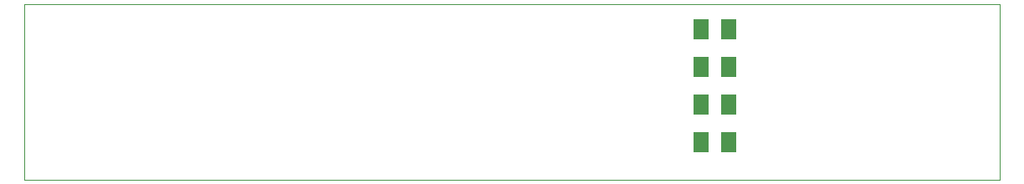
<source format=gbp>
G75*
%MOIN*%
%OFA0B0*%
%FSLAX24Y24*%
%IPPOS*%
%LPD*%
%AMOC8*
5,1,8,0,0,1.08239X$1,22.5*
%
%ADD10C,0.0000*%
%ADD11R,0.0630X0.0787*%
D10*
X000100Y000130D02*
X000100Y007126D01*
X038970Y007126D01*
X038970Y000130D01*
X000100Y000130D01*
D11*
X027049Y001630D03*
X028151Y001630D03*
X028151Y003130D03*
X027049Y003130D03*
X027049Y004630D03*
X028151Y004630D03*
X028151Y006130D03*
X027049Y006130D03*
M02*

</source>
